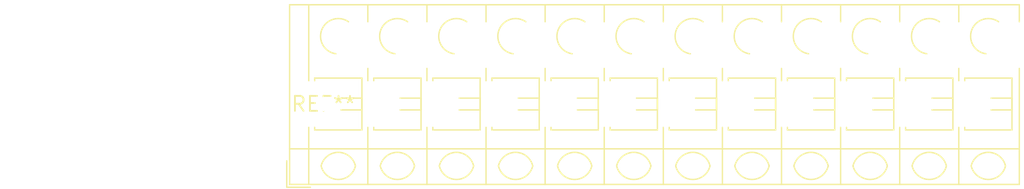
<source format=kicad_pcb>
(kicad_pcb (version 20240108) (generator pcbnew)
  (layers (0 "F.Cu" signal) (31 "B.Cu" signal) (34 "B.Paste" user) (35 "F.Paste" user) (36 "B.SilkS" user "B.Silkscreen") (37 "F.SilkS" user "F.Silkscreen") (38 "B.Mask" user) (39 "F.Mask" user) (44 "Edge.Cuts" user))
  (net 0 "")
  (footprint "TerminalBlock_WAGO_804-112_1x12_P5.00mm_45Degree" (layer "F.Cu") (at 0 0)
    (property "Reference" "REF**")
    (property "Value" "TerminalBlock_WAGO_804-112_1x12_P5.00mm_45Degree")
    (fp_line (start -3.11 4.82) (end -3.11 7.06) (layer "F.SilkS") (stroke (width 0.12)))
    (fp_line (start -3.11 7.06) (end -1.11 7.06) (layer "F.SilkS") (stroke (width 0.12)))
    (fp_line (start -2.87 -8.42) (end -2.87 6.82) (layer "F.SilkS") (stroke (width 0.12)))
    (fp_line (start -2.87 -8.42) (end 58.87 -8.42) (layer "F.SilkS") (stroke (width 0.12)))
    (fp_line (start -2.87 3.8) (end 58.87 3.8) (layer "F.SilkS") (stroke (width 0.12)))
    (fp_line (start -2.87 6.82) (end 58.87 6.82) (layer "F.SilkS") (stroke (width 0.12)))
    (fp_line (start -1.25 -8.42) (end -1.25 -1.98) (layer "F.SilkS") (stroke (width 0.12)))
    (fp_line (start -1.25 1.98) (end -1.25 6.82) (layer "F.SilkS") (stroke (width 0.12)))
    (fp_line (start -0.75 -2.2) (end -0.75 -1.98) (layer "F.SilkS") (stroke (width 0.12)))
    (fp_line (start -0.75 -2.2) (end 3.25 -2.2) (layer "F.SilkS") (stroke (width 0.12)))
    (fp_line (start -0.75 1.98) (end -0.75 2.2) (layer "F.SilkS") (stroke (width 0.12)))
    (fp_line (start -0.75 2.2) (end 3.25 2.2) (layer "F.SilkS") (stroke (width 0.12)))
    (fp_line (start 1.48 -0.5) (end 3.25 -0.5) (layer "F.SilkS") (stroke (width 0.12)))
    (fp_line (start 1.48 0.5) (end 3.25 0.5) (layer "F.SilkS") (stroke (width 0.12)))
    (fp_line (start 3.25 -2.2) (end 3.25 2.2) (layer "F.SilkS") (stroke (width 0.12)))
    (fp_line (start 3.25 -0.5) (end 3.25 0.5) (layer "F.SilkS") (stroke (width 0.12)))
    (fp_line (start 3.75 -8.42) (end 3.75 -6.98) (layer "F.SilkS") (stroke (width 0.12)))
    (fp_line (start 3.75 -3.02) (end 3.75 -1.98) (layer "F.SilkS") (stroke (width 0.12)))
    (fp_line (start 3.75 1.98) (end 3.75 6.82) (layer "F.SilkS") (stroke (width 0.12)))
    (fp_line (start 4.25 -2.2) (end 4.25 -1.98) (layer "F.SilkS") (stroke (width 0.12)))
    (fp_line (start 4.25 -2.2) (end 8.25 -2.2) (layer "F.SilkS") (stroke (width 0.12)))
    (fp_line (start 4.25 1.98) (end 4.25 2.2) (layer "F.SilkS") (stroke (width 0.12)))
    (fp_line (start 4.25 2.2) (end 8.25 2.2) (layer "F.SilkS") (stroke (width 0.12)))
    (fp_line (start 6.48 -0.5) (end 8.25 -0.5) (layer "F.SilkS") (stroke (width 0.12)))
    (fp_line (start 6.48 0.5) (end 8.25 0.5) (layer "F.SilkS") (stroke (width 0.12)))
    (fp_line (start 8.25 -2.2) (end 8.25 2.2) (layer "F.SilkS") (stroke (width 0.12)))
    (fp_line (start 8.25 -0.5) (end 8.25 0.5) (layer "F.SilkS") (stroke (width 0.12)))
    (fp_line (start 8.75 -8.42) (end 8.75 -6.98) (layer "F.SilkS") (stroke (width 0.12)))
    (fp_line (start 8.75 -3.02) (end 8.75 -1.98) (layer "F.SilkS") (stroke (width 0.12)))
    (fp_line (start 8.75 1.98) (end 8.75 6.82) (layer "F.SilkS") (stroke (width 0.12)))
    (fp_line (start 9.25 -2.2) (end 9.25 -1.98) (layer "F.SilkS") (stroke (width 0.12)))
    (fp_line (start 9.25 -2.2) (end 13.25 -2.2) (layer "F.SilkS") (stroke (width 0.12)))
    (fp_line (start 9.25 1.98) (end 9.25 2.2) (layer "F.SilkS") (stroke (width 0.12)))
    (fp_line (start 9.25 2.2) (end 13.25 2.2) (layer "F.SilkS") (stroke (width 0.12)))
    (fp_line (start 11.48 -0.5) (end 13.25 -0.5) (layer "F.SilkS") (stroke (width 0.12)))
    (fp_line (start 11.48 0.5) (end 13.25 0.5) (layer "F.SilkS") (stroke (width 0.12)))
    (fp_line (start 13.25 -2.2) (end 13.25 2.2) (layer "F.SilkS") (stroke (width 0.12)))
    (fp_line (start 13.25 -0.5) (end 13.25 0.5) (layer "F.SilkS") (stroke (width 0.12)))
    (fp_line (start 13.75 -8.42) (end 13.75 -6.98) (layer "F.SilkS") (stroke (width 0.12)))
    (fp_line (start 13.75 -3.02) (end 13.75 -1.98) (layer "F.SilkS") (stroke (width 0.12)))
    (fp_line (start 13.75 1.98) (end 13.75 6.82) (layer "F.SilkS") (stroke (width 0.12)))
    (fp_line (start 14.25 -2.2) (end 14.25 -1.98) (layer "F.SilkS") (stroke (width 0.12)))
    (fp_line (start 14.25 -2.2) (end 18.25 -2.2) (layer "F.SilkS") (stroke (width 0.12)))
    (fp_line (start 14.25 1.98) (end 14.25 2.2) (layer "F.SilkS") (stroke (width 0.12)))
    (fp_line (start 14.25 2.2) (end 18.25 2.2) (layer "F.SilkS") (stroke (width 0.12)))
    (fp_line (start 16.48 -0.5) (end 18.25 -0.5) (layer "F.SilkS") (stroke (width 0.12)))
    (fp_line (start 16.48 0.5) (end 18.25 0.5) (layer "F.SilkS") (stroke (width 0.12)))
    (fp_line (start 18.25 -2.2) (end 18.25 2.2) (layer "F.SilkS") (stroke (width 0.12)))
    (fp_line (start 18.25 -0.5) (end 18.25 0.5) (layer "F.SilkS") (stroke (width 0.12)))
    (fp_line (start 18.75 -8.42) (end 18.75 -6.98) (layer "F.SilkS") (stroke (width 0.12)))
    (fp_line (start 18.75 -3.02) (end 18.75 -1.98) (layer "F.SilkS") (stroke (width 0.12)))
    (fp_line (start 18.75 1.98) (end 18.75 6.82) (layer "F.SilkS") (stroke (width 0.12)))
    (fp_line (start 19.25 -2.2) (end 19.25 -1.98) (layer "F.SilkS") (stroke (width 0.12)))
    (fp_line (start 19.25 -2.2) (end 23.25 -2.2) (layer "F.SilkS") (stroke (width 0.12)))
    (fp_line (start 19.25 1.98) (end 19.25 2.2) (layer "F.SilkS") (stroke (width 0.12)))
    (fp_line (start 19.25 2.2) (end 23.25 2.2) (layer "F.SilkS") (stroke (width 0.12)))
    (fp_line (start 21.48 -0.5) (end 23.25 -0.5) (layer "F.SilkS") (stroke (width 0.12)))
    (fp_line (start 21.48 0.5) (end 23.25 0.5) (layer "F.SilkS") (stroke (width 0.12)))
    (fp_line (start 23.25 -2.2) (end 23.25 2.2) (layer "F.SilkS") (stroke (width 0.12)))
    (fp_line (start 23.25 -0.5) (end 23.25 0.5) (layer "F.SilkS") (stroke (width 0.12)))
    (fp_line (start 23.75 -8.42) (end 23.75 -6.98) (layer "F.SilkS") (stroke (width 0.12)))
    (fp_line (start 23.75 -3.02) (end 23.75 -1.98) (layer "F.SilkS") (stroke (width 0.12)))
    (fp_line (start 23.75 1.98) (end 23.75 6.82) (layer "F.SilkS") (stroke (width 0.12)))
    (fp_line (start 24.25 -2.2) (end 24.25 -1.98) (layer "F.SilkS") (stroke (width 0.12)))
    (fp_line (start 24.25 -2.2) (end 28.25 -2.2) (layer "F.SilkS") (stroke (width 0.12)))
    (fp_line (start 24.25 1.98) (end 24.25 2.2) (layer "F.SilkS") (stroke (width 0.12)))
    (fp_line (start 24.25 2.2) (end 28.25 2.2) (layer "F.SilkS") (stroke (width 0.12)))
    (fp_line (start 26.48 -0.5) (end 28.25 -0.5) (layer "F.SilkS") (stroke (width 0.12)))
    (fp_line (start 26.48 0.5) (end 28.25 0.5) (layer "F.SilkS") (stroke (width 0.12)))
    (fp_line (start 28.25 -2.2) (end 28.25 2.2) (layer "F.SilkS") (stroke (width 0.12)))
    (fp_line (start 28.25 -0.5) (end 28.25 0.5) (layer "F.SilkS") (stroke (width 0.12)))
    (fp_line (start 28.75 -8.42) (end 28.75 -6.98) (layer "F.SilkS") (stroke (width 0.12)))
    (fp_line (start 28.75 -3.02) (end 28.75 -1.98) (layer "F.SilkS") (stroke (width 0.12)))
    (fp_line (start 28.75 1.98) (end 28.75 6.82) (layer "F.SilkS") (stroke (width 0.12)))
    (fp_line (start 29.25 -2.2) (end 29.25 -1.98) (layer "F.SilkS") (stroke (width 0.12)))
    (fp_line (start 29.25 -2.2) (end 33.25 -2.2) (layer "F.SilkS") (stroke (width 0.12)))
    (fp_line (start 29.25 1.98) (end 29.25 2.2) (layer "F.SilkS") (stroke (width 0.12)))
    (fp_line (start 29.25 2.2) (end 33.25 2.2) (layer "F.SilkS") (stroke (width 0.12)))
    (fp_line (start 31.48 -0.5) (end 33.25 -0.5) (layer "F.SilkS") (stroke (width 0.12)))
    (fp_line (start 31.48 0.5) (end 33.25 0.5) (layer "F.SilkS") (stroke (width 0.12)))
    (fp_line (start 33.25 -2.2) (end 33.25 2.2) (layer "F.SilkS") (stroke (width 0.12)))
    (fp_line (start 33.25 -0.5) (end 33.25 0.5) (layer "F.SilkS") (stroke (width 0.12)))
    (fp_line (start 33.75 -8.42) (end 33.75 -6.98) (layer "F.SilkS") (stroke (width 0.12)))
    (fp_line (start 33.75 -3.02) (end 33.75 -1.98) (layer "F.SilkS") (stroke (width 0.12)))
    (fp_line (start 33.75 1.98) (end 33.75 6.82) (layer "F.SilkS") (stroke (width 0.12)))
    (fp_line (start 34.25 -2.2) (end 34.25 -1.98) (layer "F.SilkS") (stroke (width 0.12)))
    (fp_line (start 34.25 -2.2) (end 38.25 -2.2) (layer "F.SilkS") (stroke (width 0.12)))
    (fp_line (start 34.25 1.98) (end 34.25 2.2) (layer "F.SilkS") (stroke (width 0.12)))
    (fp_line (start 34.25 2.2) (end 38.25 2.2) (layer "F.SilkS") (stroke (width 0.12)))
    (fp_line (start 36.48 -0.5) (end 38.25 -0.5) (layer "F.SilkS") (stroke (width 0.12)))
    (fp_line (start 36.48 0.5) (end 38.25 0.5) (layer "F.SilkS") (stroke (width 0.12)))
    (fp_line (start 38.25 -2.2) (end 38.25 2.2) (layer "F.SilkS") (stroke (width 0.12)))
    (fp_line (start 38.25 -0.5) (end 38.25 0.5) (layer "F.SilkS") (stroke (width 0.12)))
    (fp_line (start 38.75 -8.42) (end 38.75 -6.98) (layer "F.SilkS") (stroke (width 0.12)))
    (fp_line (start 38.75 -3.02) (end 38.75 -1.98) (layer "F.SilkS") (stroke (width 0.12)))
    (fp_line (start 38.75 1.98) (end 38.75 6.82) (layer "F.SilkS") (stroke (width 0.12)))
    (fp_line (start 39.25 -2.2) (end 39.25 -1.98) (layer "F.SilkS") (stroke (width 0.12)))
    (fp_line (start 39.25 -2.2) (end 43.25 -2.2) (layer "F.SilkS") (stroke (width 0.12)))
    (fp_line (start 39.25 1.98) (end 39.25 2.2) (layer "F.SilkS") (stroke (width 0.12)))
    (fp_line (start 39.25 2.2) (end 43.25 2.2) (layer "F.SilkS") (stroke (width 0.12)))
    (fp_line (start 41.48 -0.5) (end 43.25 -0.5) (layer "F.SilkS") (stroke (width 0.12)))
    (fp_line (start 41.48 0.5) (end 43.25 0.5) (layer "F.SilkS") (stroke (width 0.12)))
    (fp_line (start 43.25 -2.2) (end 43.25 2.2) (layer "F.SilkS") (stroke (width 0.12)))
    (fp_line (start 43.25 -0.5) (end 43.25 0.5) (layer "F.SilkS") (stroke (width 0.12)))
    (fp_line (start 43.75 -8.42) (end 43.75 -6.98) (layer "F.SilkS") (stroke (width 0.12)))
    (fp_line (start 43.75 -3.02) (end 43.75 -1.98) (layer "F.SilkS") (stroke (width 0.12)))
    (fp_line (start 43.75 1.98) (end 43.75 6.82) (layer "F.SilkS") (stroke (width 0.12)))
    (fp_line (start 44.25 -2.2) (end 44.25 -1.98) (layer "F.SilkS") (stroke (width 0.12)))
    (fp_line (start 44.25 -2.2) (end 48.25 -2.2) (layer "F.SilkS") (stroke (width 0.12)))
    (fp_line (start 44.25 1.98) (end 44.25 2.2) (layer "F.SilkS") (stroke (width 0.12)))
    (fp_line (start 44.25 2.2) (end 48.25 2.2) (layer "F.SilkS") (stroke (width 0.12)))
    (fp_line (start 46.48 -0.5) (end 48.25 -0.5) (layer "F.SilkS") (stroke (width 0.12)))
    (fp_line (start 46.48 0.5) (end 48.25 0.5) (layer "F.SilkS") (stroke (width 0.12)))
    (fp_line (start 48.25 -2.2) (end 48.25 2.2) (layer "F.SilkS") (stroke (width 0.12)))
    (fp_line (start 48.25 -0.5) (end 48.25 0.5) (layer "F.SilkS") (stroke (width 0.12)))
    (fp_line (start 48.75 -8.42) (end 48.75 -6.98) (layer "F.SilkS") (stroke (width 0.12)))
    (fp_line (start 48.75 -3.02) (end 48.75 -1.98) (layer "F.SilkS") (stroke (width 0.12)))
    (fp_line (start 48.75 1.98) (end 48.75 6.82) (layer "F.SilkS") (stroke (width 0.12)))
    (fp_line (start 49.25 -2.2) (end 49.25 -1.98) (layer "F.SilkS") (stroke (width 0.12)))
    (fp_line (start 49.25 -2.2) (end 53.25 -2.2) (layer "F.SilkS") (stroke (width 0.12)))
    (fp_line (start 49.25 1.98) (end 49.25 2.2) (layer "F.SilkS") (stroke (width 0.12)))
    (fp_line (start 49.25 2.2) (end 53.25 2.2) (layer "F.SilkS") (stroke (width 0.12)))
    (fp_line (start 51.48 -0.5) (end 53.25 -0.5) (layer "F.SilkS") (stroke (width 0.12)))
    (fp_line (start 51.48 0.5) (end 53.25 0.5) (layer "F.SilkS") (stroke (width 0.12)))
    (fp_line (start 53.25 -2.2) (end 53.25 2.2) (layer "F.SilkS") (stroke (width 0.12)))
    (fp_line (start 53.25 -0.5) (end 53.25 0.5) (layer "F.SilkS") (stroke (width 0.12)))
    (fp_line (start 53.75 -8.42) (end 53.75 -6.98) (layer "F.SilkS") (stroke (width 0.12)))
    (fp_line (start 53.75 -3.02) (end 53.75 -1.98) (layer "F.SilkS") (stroke (width 0.12)))
    (fp_line (start 53.75 1.98) (end 53.75 6.82) (layer "F.SilkS") (stroke (width 0.12)))
    (fp_line (start 54.25 -2.2) (end 54.25 -1.98) (layer "F.SilkS") (stroke (width 0.12)))
    (fp_line (start 54.25 -2.2) (end 58.25 -2.2) (layer "F.SilkS") (stroke (width 0.12)))
    (fp_line (start 54.25 1.98) (end 54.25 2.2) (layer "F.SilkS") (stroke (width 0.12)))
    (fp_line (start 54.25 2.2) (end 58.25 2.2) (layer "F.SilkS") (stroke (width 0.12)))
    (fp_line (start 56.48 -0.5) (end 58.25 -0.5) (layer "F.SilkS") (stroke (width 0.12)))
    (fp_line (start 56.48 0.5) (end 58.25 0.5) (layer "F.SilkS") (stroke (width 0.12)))
    (fp_line (start 58.25 -2.2) (end 58.25 2.2) (layer "F.SilkS") (stroke (width 0.12)))
    (fp_line (start 58.25 -0.5) (end 58.25 0.5) (layer "F.SilkS") (stroke (width 0.12)))
    (fp_line (start 58.87 -8.42) (end 58.87 -6.98) (layer "F.SilkS") (stroke (width 0.12)))
    (fp_line (start 58.87 -3.02) (end 58.87 6.82) (layer "F.SilkS") (stroke (width 0.12)))
    (fp_arc (start -0.200865 5.250424) (mid 1.250296 4.099926) (end 2.701 5.251) (layer "F.SilkS") (stroke (width 0.12)))
    (fp_arc (start 1.040798 -4.264067) (mid -0.146039 -6.300306) (end 2.111 -6.979) (layer "F.SilkS") (stroke (width 0.12)))
    (fp_arc (start 2.7 5.25) (mid 1.250068 6.400101) (end -0.199969 5.250133) (layer "F.SilkS") (stroke (width 0.12)))
    (fp_arc (start 4.799135 5.250424) (mid 6.250296 4.099926) (end 7.701 5.251) (layer "F.SilkS") (stroke (width 0.12)))
    (fp_arc (start 6.040798 -4.264067) (mid 4.853961 -6.300306) (end 7.111 -6.979) (layer "F.SilkS") (stroke (width 0.12)))
    (fp_arc (start 7.7 5.25) (mid 6.250068 6.400101) (end 4.800031 5.250133) (layer "F.SilkS") (stroke (width 0.12)))
    (fp_arc (start 9.799135 5.250424) (mid 11.250296 4.099926) (end 12.701 5.251) (layer "F.SilkS") (stroke (width 0.12)))
    (fp_arc (start 11.040798 -4.264067) (mid 9.853961 -6.300306) (end 12.111 -6.979) (layer "F.SilkS") (stroke (width 0.12)))
    (fp_arc (start 12.7 5.25) (mid 11.250068 6.400101) (end 9.800031 5.250133) (layer "F.SilkS") (stroke (width 0.12)))
    (fp_arc (start 14.799135 5.250424) (mid 16.250296 4.099926) (end 17.701 5.251) (layer "F.SilkS") (stroke (width 0.12)))
    (fp_arc (start 16.040798 -4.264067) (mid 14.853961 -6.300306) (end 17.111 -6.979) (layer "F.SilkS") (stroke (width 0.12)))
    (fp_arc (start 17.7 5.25) (mid 16.250068 6.400101) (end 14.800031 5.250133) (layer "F.SilkS") (stroke (width 0.12)))
    (fp_arc (start 19.799135 5.250424) (mid 21.250296 4.099926) (end 22.701 5.251) (layer "F.SilkS") (stroke (width 0.12)))
    (fp_arc (start 21.040798 -4.264067) (mid 19.853961 -6.300306) (end 22.111 -6.979) (layer "F.SilkS") (stroke (width 0.12)))
    (fp_arc (start 22.7 5.25) (mid 21.250068 6.400101) (end 19.800031 5.250133) (layer "F.SilkS") (stroke (width 0.12)))
    (fp_arc (start 24.799135 5.250424) (mid 26.250296 4.099926) (end 27.701 5.251) (layer "F.SilkS") (stroke (width 0.12)))
    (fp_arc (start 26.040798 -4.264067) (mid 24.853961 -6.300306) (end 27.111 -6.979) (layer "F.SilkS") (stroke (width 0.12)))
    (fp_arc (start 27.7 5.25) (mid 26.250068 6.400101) (end 24.800031 5.250133) (layer "F.SilkS") (stroke (width 0.12)))
    (fp_arc (start 29.799135 5.250424) (mid 31.250296 4.099926) (end 32.701 5.251) (layer "F.SilkS") (stroke (width 0.12)))
    (fp_arc (start 31.040798 -4.264067) (mid 29.853961 -6.300306) (end 32.111 -6.979) (layer "F.SilkS") (stroke (width 0.12)))
    (fp_arc (start 32.701 5.25) (mid 31.250296 6.401074) (end 29.799135 5.250576) (layer "F.SilkS") (stroke (width 0.12)))
    (fp_arc (start 34.799135 5.250424) (mid 36.250296 4.099926) (end 37.701 5.251) (layer "F.SilkS") (stroke (width 0.12)))
    (fp_arc (start 36.040798 -4.264067) (mid 34.853961 -6.300306) (end 37.111 -6.979) (layer "F.SilkS") (stroke (width 0.12)))
    (fp_arc (start 37.7 5.25) (mid 36.250068 6.400101) (end 34.800031 5.250133) (layer "F.SilkS") (stroke (width 0.12)))
    (fp_arc (start 39.799135 5.250424) (mid 41.250296 4.099926) (end 42.701 5.251) (layer "F.SilkS") (stroke (width 0.12)))
    (fp_arc (start 41.040798 -4.264067) (mid 39.853961 -6.300306) (end 42.111 -6.979) (layer "F.SilkS") (stroke (width 0.12)))
    (fp_arc (start 42.7 5.25) (mid 41.250068 6.400101) (end 39.800031 5.250133) (layer "F.SilkS") (stroke (width 0.12)))
    (fp_arc (start 44.799135 5.250424) (mid 46.250296 4.099926) (end 47.701 5.251) (layer "F.SilkS") (stroke (width 0.12)))
    (fp_arc (start 46.040798 -4.264067) (mid 44.853961 -6.300306) (end 47.111 -6.979) (layer "F.SilkS") (stroke (width 0.12)))
    (fp_arc (start 47.7 5.25) (mid 46.250068 6.400101) (end 44.800031 5.250133) (layer "F.SilkS") (stroke (width 0.12)))
    (fp_arc (start 49.799135 5.250424) (mid 51.250296 4.099926) (end 52.701 5.251) (layer "F.SilkS") (stroke (width 0.12)))
    (fp_arc (start 51.040798 -4.264067) (mid 49.853961 -6.300306) (end 52.111 -6.979) (layer "F.SilkS") (stroke (width 0.12)))
    (fp_arc (start 52.7 5.25) (mid 51.250068 6.400101) (end 49.800031 5.250133) (layer "F.SilkS") (stroke (width 0.12)))
    (fp_arc (start 54.799135 5.250424) (mid 56.250296 4.099926) (end 57.701 5.251) (layer "F.SilkS") (stroke (width 0.12)))
    (fp_arc (start 56.040798 -4.264067) (mid 54.853961 -6.300306) (end 57.111 -6.979) (layer "F.SilkS") (stroke (width 0.12)))
    (fp_arc (start 57.7 5.25) (mid 56.250068 6.400101) (end 54.800031 5.250133) (layer "F.SilkS") (stroke (width 0.12)))
    (pad "1" thru_hole rect (at 0 0) (size 2 3) (drill 1.2) (layers *.Cu *.Mask) (remove_unused_layers))
    (pad "1" thru_hole rect (at 2.5 -5) (size 2 3) (drill 1.2) (layers *.Cu *.Mask) (remove_unused_layers))
    (pad "2" thru_hole oval (at 5 0) (size 2 3) (drill 1.2) (layers *.Cu *.Mask) (remove_unused_layers))
    (pad "2" thru_hole oval (at 7.5 -5) (size 2 3) (drill 1.2) (layers *.Cu *.Mask) (remove_unused_layers))
    (pad "3" thru_hole oval (at 10 0) (size 2 3) (drill 1.2) (layers *.Cu *.Mask) (remove_unused_layers))
    (pad "3" thru_hole oval (at 12.5 -5) (size 2 3) (drill 1.2) (layers *.Cu *.Mask) (remove_unused_layers))
    (pad "4" thru_hole oval (at 15 0) (size 2 3) (drill 1.2) (layers *.Cu *.Mask) (remove_unused_layers))
    (pad "4" thru_hole oval (at 17.5 -5) (size 2 3) (drill 1.2) (layers *.Cu *.Mask) (remove_unused_layers))
    (pad "5" thru_hole oval (at 20 0) (size 2 3) (drill 1.2) (layers *.Cu *.Mask) (remove_unused_layers))
    (pad "5" thru_hole oval (at 22.5 -5) (size 2 3) (drill 1.2) (layers *.Cu *.Mask) (remove_unused_layers))
    (pad "6" thru_hole oval (at 25 0) (size 2 3) (drill 1.2) (layers *.Cu *.Mask) (remove_unused_layers))
    (pad "6" thru_hole oval (at 27.5 -5) (size 2 3) (drill 1.2) (layers *.Cu *.Mask) (remove_unused_layers))
    (pad "7" thru_hole oval (at 30 0) (size 2 3) (drill 1.2) (layers *.Cu *.Mask) (remove_unused_layers))
    (pad "7" thru_hole oval (at 32.5 -5) (size 2 3) (drill 1.2) (layers *.Cu *.Mask) (remove_unused_layers))
    (pad "8" thru_hole oval (at 35 0) (size 2 3) (drill 1.2) (layers *.Cu *.Mask) (remove_unused_layers))
    (pad "8" thru_hole oval (at 37.5 -5) (size 2 3) (drill 1.2) (layers *.Cu *.Mask) (remove_unused_layers))
    (pad "9" thru_hole oval (at 40 0) (size 2 3) (drill 1.2) (layers *.Cu *.Mask) (remove_unused_layers))
    (pad "9" thru_hole oval (at 42.5 -5) (size 2 3) (drill 1.2) (layers *.Cu *.Mask) (remove_unused_layers))
    (pad "10" thru_hole oval (at 45 0) (size 2 3) (drill 1.2) (layers *.Cu *.Mask) (remove_unused_layers))
    (pad "10" thru_hole oval (at 47.5 -5) (size 2 3) (drill 1.2) (layers *.Cu *.Mask) (remove_unused_layers))
    (pad "11" thru_hole oval (at 50 0) (size 2 3) (drill 1.2) (layers *.Cu *.Mask) (remove_unused_layers))
    (pad "11" thru_hole oval (at 52.5 -5) (size 2 3) (drill 1.2) (layers *.Cu *.Mask) (remove_unused_layers))
    (pad "12" thru_hole oval (at 55 0) (size 2 3) (drill 1.2) (layers *.Cu *.Mask) (remove_unused_layers))
    (pad "12" thru_hole oval (at 57.5 -5) (size 2 3) (drill 1.2) (layers *.Cu *.Mask) (remove_unused_layers))
  )
)
</source>
